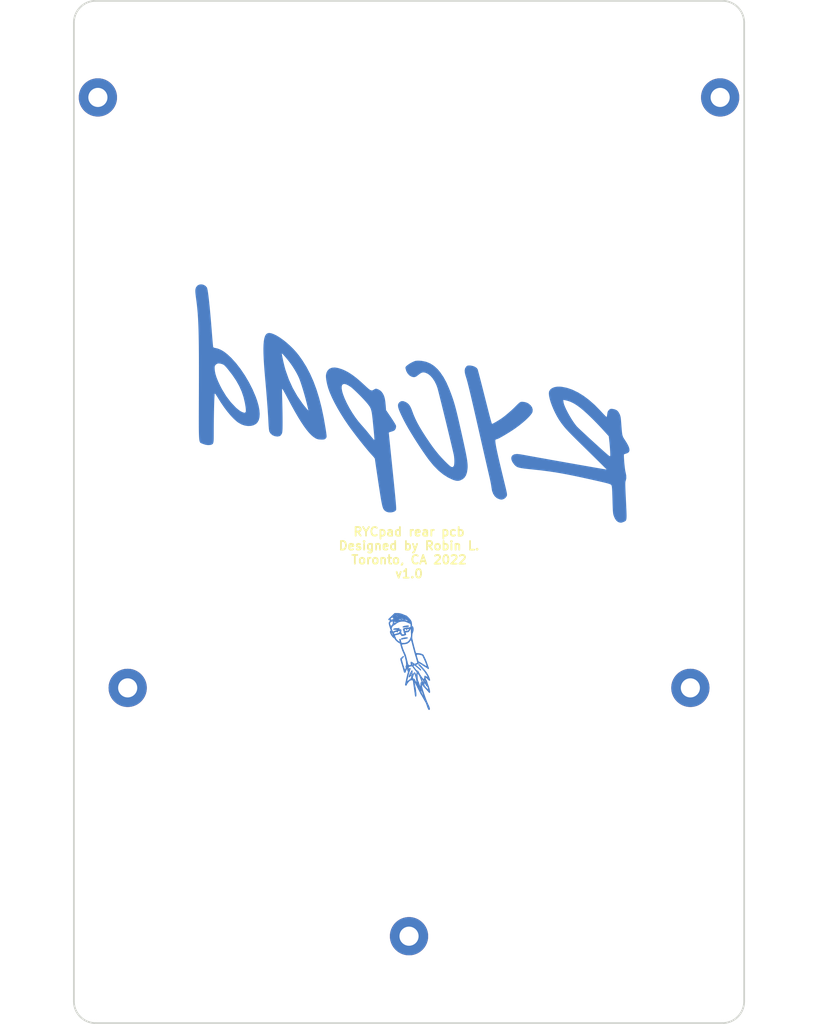
<source format=kicad_pcb>
(kicad_pcb (version 20211014) (generator pcbnew)
  (layers (0 "F.Cu" signal) (31 "B.Cu" signal) (34 "B.Paste" user) (35 "F.Paste" user) (36 "B.SilkS" user "B.Silkscreen") (37 "F.SilkS" user "F.Silkscreen") (38 "B.Mask" user) (39 "F.Mask" user) (44 "Edge.Cuts" user))
  (net 0 "")
  (footprint "MountingHole:MountingHole_2.2mm_M2_Pad" (layer "F.Cu") (at 0 47.6252)
    (fp_text reference "REF**" hide)
    (fp_text value "MountingHole_2.2mm_M2_Pad")
  )
  (footprint "MountingHole:MountingHole_2.2mm_M2_Pad" (layer "F.Cu") (at -32.385 19.05)
    (fp_text reference "REF**" hide)
    (fp_text value "MountingHole_2.2mm_M2_Pad")
  )
  (footprint "MountingHole:MountingHole_2.2mm_M2_Pad" (layer "F.Cu") (at 32.385 19.05)
    (fp_text reference "REF**" hide)
    (fp_text value "MountingHole_2.2mm_M2_Pad")
  )
  (footprint "MountingHole:MountingHole_2.2mm_M2_Pad" (layer "F.Cu") (at 35.814 -48.895)
    (fp_text reference "REF**" hide)
    (fp_text value "MountingHole_2.2mm_M2_Pad")
  )
  (footprint "MountingHole:MountingHole_2.2mm_M2_Pad" (layer "F.Cu") (at -35.814 -48.895)
    (fp_text reference "REF**" hide)
    (fp_text value "MountingHole_2.2mm_M2_Pad")
  )
  (footprint "personal:meme_logo" (layer "B.Cu") (at -0.327687 15.726313 180)
    (fp_text reference "G***" hide)
    (fp_text value "LOGO" hide)
  )
  (footprint "personal:RYCpad_logo_v0_huge" (layer "B.Cu") (at 0.37032 -13.676268 180)
    (fp_text reference "G***" hide)
    (fp_text value "LOGO" hide)
  )
  (gr_arc (start 38.575 55.12485) (mid 37.842767 56.892617) (end 36.075 57.62485) (layer "Edge.Cuts") (width 0.2))
  (gr_arc (start -38.575 -57.50595) (mid -37.842767 -59.273717) (end -36.075 -60.00595) (layer "Edge.Cuts") (width 0.2))
  (gr_line (start -38.575 55.12485) (end -38.575 -57.50595) (layer "Edge.Cuts") (width 0.2))
  (gr_line (start 36.075 57.62485) (end -36.075 57.62485) (layer "Edge.Cuts") (width 0.2))
  (gr_line (start -36.075 -60.00595) (end 36.075 -60.00595) (layer "Edge.Cuts") (width 0.2))
  (gr_arc (start 36.075 -60.00595) (mid 37.842767 -59.273717) (end 38.575 -57.50595) (layer "Edge.Cuts") (width 0.2))
  (gr_arc (start -36.075 57.62485) (mid -37.842767 56.892617) (end -38.575 55.12485) (layer "Edge.Cuts") (width 0.2))
  (gr_line (start 38.575 -57.50595) (end 38.575 55.12485) (layer "Edge.Cuts") (width 0.2))
  (gr_text "RYCpad rear pcb\nDesigned by Robin L.\nToronto, CA 2022\nv1.0" (at 0 3.5) (layer "F.SilkS") (effects (font (size 1 1) (thickness 0.2))))
)
</source>
